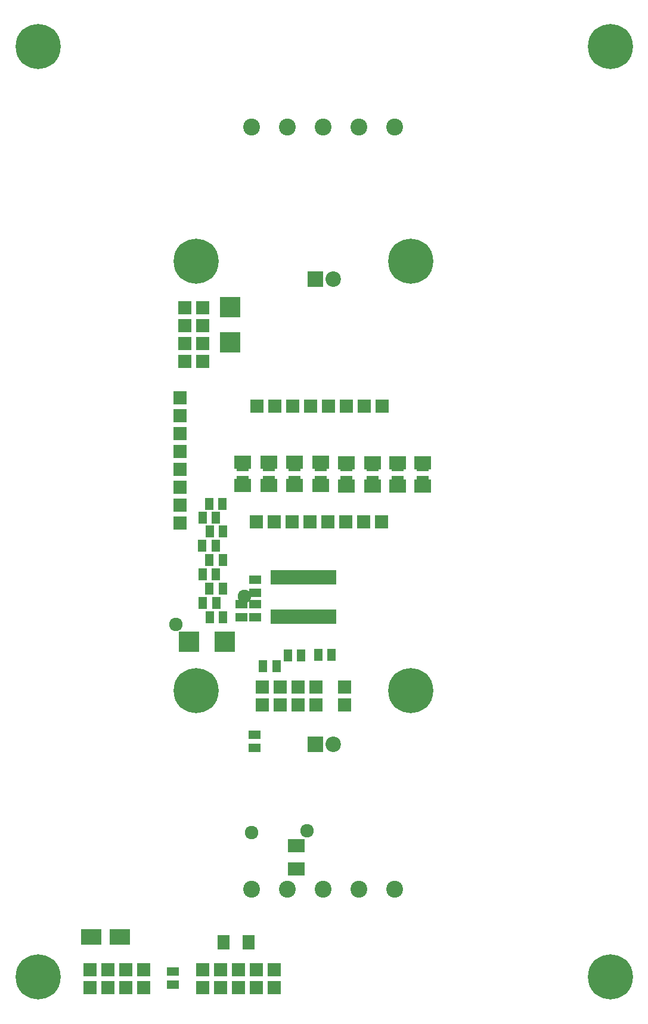
<source format=gbr>
G04 #@! TF.FileFunction,Soldermask,Bot*
%FSLAX46Y46*%
G04 Gerber Fmt 4.6, Leading zero omitted, Abs format (unit mm)*
G04 Created by KiCad (PCBNEW 4.0.1-stable) date 6. 6. 2016 12:29:04*
%MOMM*%
G01*
G04 APERTURE LIST*
%ADD10C,0.500000*%
%ADD11C,2.400000*%
%ADD12C,2.200000*%
%ADD13R,2.200000X2.200000*%
%ADD14R,1.924000X1.924000*%
%ADD15R,1.797000X1.289000*%
%ADD16R,2.950160X2.899360*%
%ADD17R,2.899360X2.950160*%
%ADD18R,1.700480X2.099260*%
%ADD19R,2.899360X2.200860*%
%ADD20C,6.400000*%
%ADD21R,1.289000X1.797000*%
%ADD22R,0.850000X2.000000*%
%ADD23R,2.432000X1.924000*%
%ADD24C,1.924000*%
G04 APERTURE END LIST*
D10*
D11*
X45618400Y125776800D03*
X35458400Y125776800D03*
X40538400Y125776800D03*
X55778400Y125776800D03*
X50698400Y125776800D03*
X40538400Y17576800D03*
X55778400Y17576800D03*
X50698400Y17576800D03*
X35458400Y17576800D03*
X45618400Y17576800D03*
D12*
X46990000Y38100000D03*
D13*
X44450000Y38100000D03*
D14*
X41198800Y69697600D03*
D15*
X33985200Y56146700D03*
X33985200Y58051700D03*
D16*
X26517600Y52730400D03*
X31567120Y52730400D03*
D17*
X32359600Y100213160D03*
X32359600Y95163640D03*
D15*
X35966400Y56146700D03*
X35966400Y58051700D03*
D18*
X31473140Y10058400D03*
X34973260Y10058400D03*
D19*
X16680180Y10820400D03*
X12682220Y10820400D03*
D14*
X12496800Y3606800D03*
X12496800Y6146800D03*
X15036800Y3606800D03*
X15036800Y6146800D03*
X17576800Y3606800D03*
X17576800Y6146800D03*
X20116800Y3606800D03*
X20116800Y6146800D03*
X33578800Y3606800D03*
X33578800Y6146800D03*
X36982400Y43688000D03*
X36982400Y46228000D03*
X36068000Y3606800D03*
X36068000Y6146800D03*
X38608000Y3606800D03*
X38608000Y6146800D03*
X28498800Y3606800D03*
X28498800Y6146800D03*
D20*
X5080000Y137160000D03*
X27526800Y106704000D03*
X86360000Y5080000D03*
X27526800Y45744000D03*
X58006800Y106704000D03*
X86360000Y137160000D03*
X58006800Y45744000D03*
X5080000Y5080000D03*
D21*
X30378400Y62230000D03*
X28473400Y62230000D03*
X30327600Y66294000D03*
X28422600Y66294000D03*
X30365700Y70307200D03*
X28460700Y70307200D03*
X38950900Y49225200D03*
X37045900Y49225200D03*
X44881800Y50800000D03*
X46786800Y50800000D03*
X40551100Y50749200D03*
X42456100Y50749200D03*
D15*
X34137600Y77520800D03*
X34137600Y75615800D03*
X37896800Y77508100D03*
X37896800Y75603100D03*
X41554400Y77508100D03*
X41554400Y75603100D03*
X52628800Y77508100D03*
X52628800Y75603100D03*
X45262800Y77508100D03*
X45262800Y75603100D03*
X56134000Y77508100D03*
X56134000Y75603100D03*
X48920400Y77508100D03*
X48920400Y75603100D03*
X59740800Y77508100D03*
X59740800Y75603100D03*
D22*
X38549580Y61828680D03*
X39199820Y61828680D03*
X39850060Y61828680D03*
X40500300Y61828680D03*
X41150540Y61828680D03*
X41800780Y61828680D03*
X42451020Y61828680D03*
X43096180Y61828680D03*
X43746420Y61828680D03*
X44396660Y61828680D03*
X45046900Y61828680D03*
X45697140Y61828680D03*
X46347380Y61828680D03*
X46997620Y61828680D03*
X46997620Y56230520D03*
X46347380Y56230520D03*
X45697140Y56230520D03*
X45046900Y56230520D03*
X44396660Y56230520D03*
X43746420Y56230520D03*
X43096180Y56230520D03*
X42451020Y56230520D03*
X41800780Y56230520D03*
X41150540Y56230520D03*
X40500300Y56230520D03*
X39850060Y56230520D03*
X39199820Y56230520D03*
X38549580Y56230520D03*
D14*
X36118800Y69697600D03*
X38658800Y69697600D03*
X43738800Y69697600D03*
X46278800Y69697600D03*
X48818800Y69697600D03*
X51358800Y69697600D03*
X53898800Y69697600D03*
X36169600Y86156800D03*
X38709600Y86156800D03*
X41249600Y86156800D03*
X48869600Y86156800D03*
X43789600Y86156800D03*
X51409600Y86156800D03*
X46329600Y86156800D03*
X53949600Y86156800D03*
X25908000Y100126800D03*
X28448000Y100126800D03*
X25908000Y97586800D03*
X28448000Y97586800D03*
X25908000Y95046800D03*
X28448000Y95046800D03*
X25908000Y92506800D03*
X28448000Y92506800D03*
X39522400Y43688000D03*
X39522400Y46228000D03*
X31038800Y3606800D03*
X31038800Y6146800D03*
X42062400Y43688000D03*
X42062400Y46228000D03*
X44602400Y43688000D03*
X44602400Y46228000D03*
X48666400Y43688000D03*
X48666400Y46228000D03*
X25298400Y87325200D03*
X25298400Y79705200D03*
X25298400Y84785200D03*
X25298400Y82245200D03*
X25298400Y74625200D03*
X25298400Y77165200D03*
X25298400Y72085200D03*
X25298400Y69545200D03*
D12*
X46990000Y104140000D03*
D13*
X44450000Y104140000D03*
D15*
X35864800Y39509700D03*
X35864800Y37604700D03*
D21*
X29425900Y64262000D03*
X31330900Y64262000D03*
X29476700Y68326000D03*
X31381700Y68326000D03*
X29375100Y72288400D03*
X31280100Y72288400D03*
X29425900Y60198000D03*
X31330900Y60198000D03*
X30416500Y58216800D03*
X28511500Y58216800D03*
X29476700Y56184800D03*
X31381700Y56184800D03*
D15*
X35966400Y61506100D03*
X35966400Y59601100D03*
X24231600Y5880100D03*
X24231600Y3975100D03*
D23*
X34137600Y78155800D03*
X34137600Y74853800D03*
X37896800Y78155800D03*
X37896800Y74853800D03*
X41554400Y78155800D03*
X41554400Y74853800D03*
X52628800Y78054200D03*
X52628800Y74752200D03*
X45262800Y78155800D03*
X45262800Y74853800D03*
X56134000Y78054200D03*
X56134000Y74752200D03*
X48920400Y78054200D03*
X48920400Y74752200D03*
X59740800Y78054200D03*
X59740800Y74752200D03*
X41757600Y20447000D03*
X41757600Y23749000D03*
D24*
X43281600Y25857200D03*
X35458400Y25603200D03*
X24638000Y55118000D03*
X34391600Y59131200D03*
M02*

</source>
